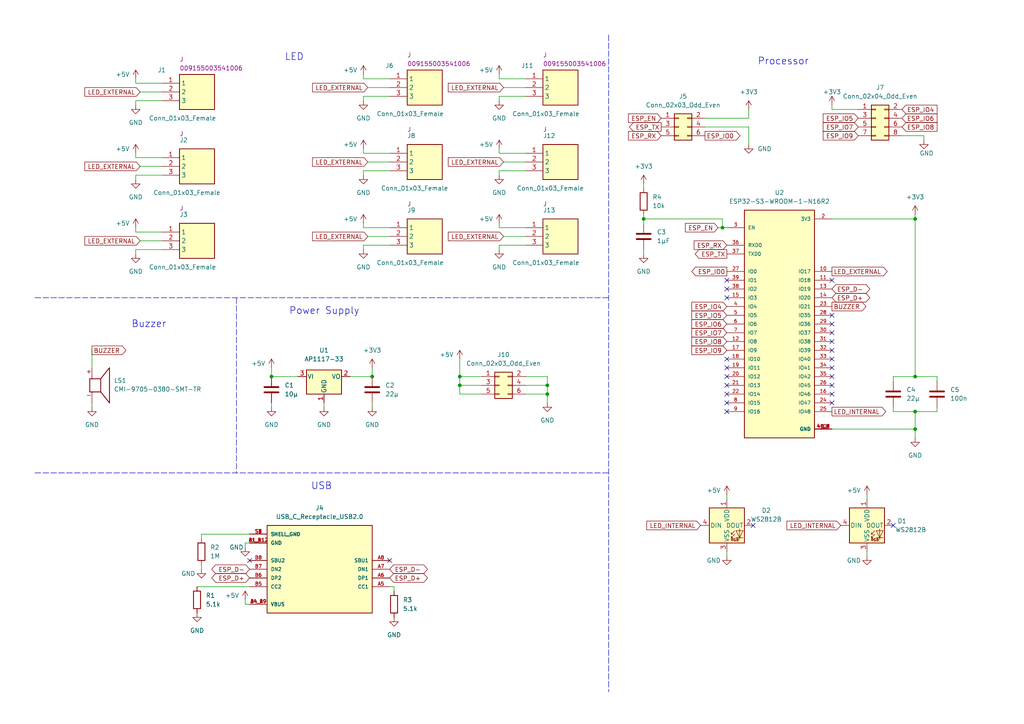
<source format=kicad_sch>
(kicad_sch (version 20211123) (generator eeschema)
  (paper "A4")
  (title_block (title "FabLight") (date "2023-03-22") (rev "1") (company "RLKM UG"))
  (lib_symbols
    (symbol "AMS1117:AP1117-33" (pin_names (offset 0.254))
      (property "Reference" "U" (at -3.81 3.175 0))
      (property "Value" "AP1117-33" (at 0 3.175 0))
      (symbol "AP1117-33_0_1"
        (rectangle (start -5.08 -5.08) (end 5.08 1.905) (stroke (width 0.254)) (fill (type background)))
      )
      (symbol "AP1117-33_1_1"
        (pin power_in line (at 0 -7.62 90) (length 2.54) (name "GND") (number "1"))
        (pin passive line (at 7.62 0 180) (length 2.54) (name "VO") (number "2"))
        (pin power_in line (at -7.62 0 0) (length 2.54) (name "VI") (number "3"))
      )
    )
    (symbol "CUI:CMI-9705-0380-SMT-TR" (pin_numbers hide) (pin_names (offset 1.016) hide)
      (property "Reference" "LS" (at -1.27 6.35 0))
      (property "Value" "CMI-9705-0380-SMT-TR" (at -1.27 -8.255 0))
      (symbol "CMI-9705-0380-SMT-TR_0_0"
        (polyline (pts (xy -3.175 -1.905) (xy -2.54 -1.905)) (stroke (width 0.254)))
        (polyline (pts (xy -3.175 1.905) (xy -3.175 -1.905)) (stroke (width 0.254)))
        (polyline (pts (xy -3.175 1.905) (xy -2.54 1.905)) (stroke (width 0.254)))
        (polyline (pts (xy -2.54 -2.54) (xy -2.54 -1.905)) (stroke (width 0.1524)))
        (polyline (pts (xy -2.54 -1.905) (xy 0 -1.905)) (stroke (width 0.254)))
        (polyline (pts (xy -2.54 1.905) (xy 0 1.905)) (stroke (width 0.254)))
        (polyline (pts (xy -2.54 2.54) (xy -2.54 1.905)) (stroke (width 0.1524)))
        (polyline (pts (xy 0 -1.905) (xy 0 1.905)) (stroke (width 0.254)))
        (polyline (pts (xy 0 -1.905) (xy 2.54 -5.08)) (stroke (width 0.254)))
        (polyline (pts (xy 0 1.905) (xy 2.54 5.08)) (stroke (width 0.254)))
        (polyline (pts (xy 2.54 -5.08) (xy 2.54 5.08)) (stroke (width 0.254)))
        (text "+" (at -4.318 3.302 0) (effects (font (size 1.27 1.27)) (justify left bottom)))
        (text "-" (at -4.318 -3.556 0) (effects (font (size 1.27 1.27)) (justify left bottom)))
        (pin passive line (at -2.54 -5.08 90) (length 2.54) (name "~") (number "N"))
        (pin passive line (at -2.54 5.08 270) (length 2.54) (name "~") (number "P"))
      )
    )
    (symbol "Connector_Generic:Conn_02x03_Odd_Even" (pin_names (offset 1.016) hide)
      (property "Reference" "J" (at 1.27 5.08 0))
      (property "Value" "Conn_02x03_Odd_Even" (at 1.27 -5.08 0))
      (symbol "Conn_02x03_Odd_Even_1_1"
        (rectangle (start -1.27 -2.413) (end 0 -2.667) (stroke (width 0.1524)))
        (rectangle (start -1.27 0.127) (end 0 -0.127) (stroke (width 0.1524)))
        (rectangle (start -1.27 2.667) (end 0 2.413) (stroke (width 0.1524)))
        (rectangle (start -1.27 3.81) (end 3.81 -3.81) (stroke (width 0.254)) (fill (type background)))
        (rectangle (start 3.81 -2.413) (end 2.54 -2.667) (stroke (width 0.1524)))
        (rectangle (start 3.81 0.127) (end 2.54 -0.127) (stroke (width 0.1524)))
        (rectangle (start 3.81 2.667) (end 2.54 2.413) (stroke (width 0.1524)))
        (pin passive line (at -5.08 2.54 0) (length 3.81) (name "Pin_1") (number "1"))
        (pin passive line (at 7.62 2.54 180) (length 3.81) (name "Pin_2") (number "2"))
        (pin passive line (at -5.08 0 0) (length 3.81) (name "Pin_3") (number "3"))
        (pin passive line (at 7.62 0 180) (length 3.81) (name "Pin_4") (number "4"))
        (pin passive line (at -5.08 -2.54 0) (length 3.81) (name "Pin_5") (number "5"))
        (pin passive line (at 7.62 -2.54 180) (length 3.81) (name "Pin_6") (number "6"))
      )
    )
    (symbol "Connector_Generic:Conn_02x04_Odd_Even" (pin_names (offset 1.016) hide)
      (property "Reference" "J" (at 1.27 5.08 0))
      (property "Value" "Conn_02x04_Odd_Even" (at 1.27 -7.62 0))
      (symbol "Conn_02x04_Odd_Even_1_1"
        (rectangle (start -1.27 -4.953) (end 0 -5.207) (stroke (width 0.1524)))
        (rectangle (start -1.27 -2.413) (end 0 -2.667) (stroke (width 0.1524)))
        (rectangle (start -1.27 0.127) (end 0 -0.127) (stroke (width 0.1524)))
        (rectangle (start -1.27 2.667) (end 0 2.413) (stroke (width 0.1524)))
        (rectangle (start -1.27 3.81) (end 3.81 -6.35) (stroke (width 0.254)) (fill (type background)))
        (rectangle (start 3.81 -4.953) (end 2.54 -5.207) (stroke (width 0.1524)))
        (rectangle (start 3.81 -2.413) (end 2.54 -2.667) (stroke (width 0.1524)))
        (rectangle (start 3.81 0.127) (end 2.54 -0.127) (stroke (width 0.1524)))
        (rectangle (start 3.81 2.667) (end 2.54 2.413) (stroke (width 0.1524)))
        (pin passive line (at -5.08 2.54 0) (length 3.81) (name "Pin_1") (number "1"))
        (pin passive line (at 7.62 2.54 180) (length 3.81) (name "Pin_2") (number "2"))
        (pin passive line (at -5.08 0 0) (length 3.81) (name "Pin_3") (number "3"))
        (pin passive line (at 7.62 0 180) (length 3.81) (name "Pin_4") (number "4"))
        (pin passive line (at -5.08 -2.54 0) (length 3.81) (name "Pin_5") (number "5"))
        (pin passive line (at 7.62 -2.54 180) (length 3.81) (name "Pin_6") (number "6"))
        (pin passive line (at -5.08 -5.08 0) (length 3.81) (name "Pin_7") (number "7"))
        (pin passive line (at 7.62 -5.08 180) (length 3.81) (name "Pin_8") (number "8"))
      )
    )
    (symbol "Device:C" (pin_numbers hide) (pin_names (offset 0.254))
      (property "Reference" "C" (at 0.635 2.54 0))
      (property "Value" "C" (at 0.635 -2.54 0))
      (symbol "C_0_1"
        (polyline (pts (xy -2.032 -0.762) (xy 2.032 -0.762)) (stroke (width 0.508)))
        (polyline (pts (xy -2.032 0.762) (xy 2.032 0.762)) (stroke (width 0.508)))
      )
      (symbol "C_1_1"
        (pin passive line (at 0 3.81 270) (length 2.794) (name "~") (number "1"))
        (pin passive line (at 0 -3.81 90) (length 2.794) (name "~") (number "2"))
      )
    )
    (symbol "Device:R" (pin_numbers hide) (pin_names (offset 0))
      (property "Reference" "R" (at 2.032 0 90))
      (property "Value" "R" (at 0 0 90))
      (symbol "R_0_1"
        (rectangle (start -1.016 -2.54) (end 1.016 2.54) (stroke (width 0.254)))
      )
      (symbol "R_1_1"
        (pin passive line (at 0 3.81 270) (length 1.27) (name "~") (number "1"))
        (pin passive line (at 0 -3.81 90) (length 1.27) (name "~") (number "2"))
      )
    )
    (symbol "ESP32-S3:ESP32-S3-WROOM-1-N16R2" (pin_names (offset 1.016))
      (property "Reference" "U" (at -10.16 34.1122 0))
      (property "Value" "ESP32-S3-WROOM-1-N16R2" (at -10.16 -35.56 0))
      (symbol "ESP32-S3-WROOM-1-N16R2_0_0"
        (rectangle (start -10.16 -33.02) (end 10.16 33.02) (stroke (width 0.254)) (fill (type background)))
        (pin power_in line (at 15.24 -30.48 180) (length 5.08) (name "GND") (number "1"))
        (pin bidirectional line (at 15.24 15.24 180) (length 5.08) (name "IO17") (number "10"))
        (pin bidirectional line (at 15.24 12.7 180) (length 5.08) (name "IO18") (number "11"))
        (pin bidirectional line (at -15.24 -5.08 0) (length 5.08) (name "IO8") (number "12"))
        (pin bidirectional line (at 15.24 10.16 180) (length 5.08) (name "IO19") (number "13"))
        (pin bidirectional line (at 15.24 7.62 180) (length 5.08) (name "IO20") (number "14"))
        (pin bidirectional line (at -15.24 7.62 0) (length 5.08) (name "IO3") (number "15"))
        (pin bidirectional line (at 15.24 -20.32 180) (length 5.08) (name "IO46") (number "16"))
        (pin bidirectional line (at -15.24 -7.62 0) (length 5.08) (name "IO9") (number "17"))
        (pin bidirectional line (at -15.24 -10.16 0) (length 5.08) (name "IO10") (number "18"))
        (pin bidirectional line (at -15.24 -12.7 0) (length 5.08) (name "IO11") (number "19"))
        (pin power_in line (at 15.24 30.48 180) (length 5.08) (name "3V3") (number "2"))
        (pin bidirectional line (at -15.24 -15.24 0) (length 5.08) (name "IO12") (number "20"))
        (pin bidirectional line (at -15.24 -17.78 0) (length 5.08) (name "IO13") (number "21"))
        (pin bidirectional line (at -15.24 -20.32 0) (length 5.08) (name "IO14") (number "22"))
        (pin bidirectional line (at 15.24 5.08 180) (length 5.08) (name "IO21") (number "23"))
        (pin bidirectional line (at 15.24 -22.86 180) (length 5.08) (name "IO47") (number "24"))
        (pin bidirectional line (at 15.24 -25.4 180) (length 5.08) (name "IO48") (number "25"))
        (pin bidirectional line (at 15.24 -17.78 180) (length 5.08) (name "IO45") (number "26"))
        (pin bidirectional line (at -15.24 15.24 0) (length 5.08) (name "IO0") (number "27"))
        (pin bidirectional line (at 15.24 2.54 180) (length 5.08) (name "IO35") (number "28"))
        (pin bidirectional line (at 15.24 0 180) (length 5.08) (name "IO36") (number "29"))
        (pin input line (at -15.24 27.94 0) (length 5.08) (name "EN") (number "3"))
        (pin bidirectional line (at 15.24 -2.54 180) (length 5.08) (name "IO37") (number "30"))
        (pin bidirectional line (at 15.24 -5.08 180) (length 5.08) (name "IO38") (number "31"))
        (pin bidirectional line (at 15.24 -7.62 180) (length 5.08) (name "IO39") (number "32"))
        (pin bidirectional line (at 15.24 -10.16 180) (length 5.08) (name "IO40") (number "33"))
        (pin bidirectional line (at 15.24 -12.7 180) (length 5.08) (name "IO41") (number "34"))
        (pin bidirectional line (at 15.24 -15.24 180) (length 5.08) (name "IO42") (number "35"))
        (pin bidirectional line (at -15.24 22.86 0) (length 5.08) (name "RXD0") (number "36"))
        (pin bidirectional line (at -15.24 20.32 0) (length 5.08) (name "TXD0") (number "37"))
        (pin bidirectional line (at -15.24 10.16 0) (length 5.08) (name "IO2") (number "38"))
        (pin bidirectional line (at -15.24 12.7 0) (length 5.08) (name "IO1") (number "39"))
        (pin bidirectional line (at -15.24 5.08 0) (length 5.08) (name "IO4") (number "4"))
        (pin power_in line (at 15.24 -30.48 180) (length 5.08) (name "GND") (number "40"))
        (pin power_in line (at 15.24 -30.48 180) (length 5.08) (name "GND") (number "41_1"))
        (pin power_in line (at 15.24 -30.48 180) (length 5.08) (name "GND") (number "41_2"))
        (pin power_in line (at 15.24 -30.48 180) (length 5.08) (name "GND") (number "41_3"))
        (pin power_in line (at 15.24 -30.48 180) (length 5.08) (name "GND") (number "41_4"))
        (pin power_in line (at 15.24 -30.48 180) (length 5.08) (name "GND") (number "41_5"))
        (pin power_in line (at 15.24 -30.48 180) (length 5.08) (name "GND") (number "41_6"))
        (pin power_in line (at 15.24 -30.48 180) (length 5.08) (name "GND") (number "41_7"))
        (pin power_in line (at 15.24 -30.48 180) (length 5.08) (name "GND") (number "41_8"))
        (pin power_in line (at 15.24 -30.48 180) (length 5.08) (name "GND") (number "41_9"))
        (pin bidirectional line (at -15.24 2.54 0) (length 5.08) (name "IO5") (number "5"))
        (pin bidirectional line (at -15.24 0 0) (length 5.08) (name "IO6") (number "6"))
        (pin bidirectional line (at -15.24 -2.54 0) (length 5.08) (name "IO7") (number "7"))
        (pin bidirectional line (at -15.24 -22.86 0) (length 5.08) (name "IO15") (number "8"))
        (pin bidirectional line (at -15.24 -25.4 0) (length 5.08) (name "IO16") (number "9"))
      )
    )
    (symbol "KYOCERA:009155003541006"
      (property "Value" "009155003541006" (at 19.05 3.81 0))
      (property "Reference_1" "J" (at 10.16 7.62 0))
      (symbol "009155003541006_1_1"
        (rectangle (start 10.16 -7.62) (end 20.32 2.54) (stroke (width 0.254)) (fill (type background)))
        (pin passive line (at 5.08 0 0) (length 5.08) (name "1") (number "1"))
        (pin passive line (at 5.08 -2.54 0) (length 5.08) (name "2") (number "2"))
        (pin passive line (at 5.08 -5.08 0) (length 5.08) (name "3") (number "3"))
      )
    )
    (symbol "LED:WS2812B" (pin_names (offset 0.254))
      (property "Reference" "D" (at 5.08 5.715 0))
      (property "Value" "WS2812B" (at 1.27 -5.715 0))
      (symbol "WS2812B_0_0"
        (text "RGB" (at 2.286 -4.191 0) (effects (font (size 0.762 0.762))))
      )
      (symbol "WS2812B_0_1"
        (polyline (pts (xy 1.27 -3.556) (xy 1.778 -3.556)))
        (polyline (pts (xy 1.27 -2.54) (xy 1.778 -2.54)))
        (polyline (pts (xy 4.699 -3.556) (xy 2.667 -3.556)))
        (polyline (pts (xy 2.286 -2.54) (xy 1.27 -3.556) (xy 1.27 -3.048)))
        (polyline (pts (xy 2.286 -1.524) (xy 1.27 -2.54) (xy 1.27 -2.032)))
        (polyline (pts (xy 3.683 -1.016) (xy 3.683 -3.556) (xy 3.683 -4.064)))
        (polyline (pts (xy 4.699 -1.524) (xy 2.667 -1.524) (xy 3.683 -3.556) (xy 4.699 -1.524)))
        (rectangle (start 5.08 5.08) (end -5.08 -5.08) (stroke (width 0.254)) (fill (type background)))
      )
      (symbol "WS2812B_1_1"
        (pin power_in line (at 0 7.62 270) (length 2.54) (name "VDD") (number "1"))
        (pin output line (at 7.62 0 180) (length 2.54) (name "DOUT") (number "2"))
        (pin power_in line (at 0 -7.62 90) (length 2.54) (name "VSS") (number "3"))
        (pin input line (at -7.62 0 0) (length 2.54) (name "DIN") (number "4"))
      )
    )
    (symbol "USB4105:USB4105-GF-A" (pin_names (offset 1.016))
      (property "Reference" "J" (at -15.24 13.97 0))
      (property "Value" "USB4105-GF-A" (at -15.24 -15.24 0))
      (symbol "USB4105-GF-A_0_0"
        (rectangle (start -15.24 -12.7) (end 15.24 12.7) (stroke (width 0.254)) (fill (type background)))
        (pin power_in line (at 20.32 -7.62 180) (length 5.08) (name "GND") (number "A1_B12"))
        (pin power_in line (at 20.32 10.16 180) (length 5.08) (name "VBUS") (number "A4_B9"))
        (pin bidirectional line (at -20.32 5.08 0) (length 5.08) (name "CC1") (number "A5"))
        (pin bidirectional line (at -20.32 2.54 0) (length 5.08) (name "DP1") (number "A6"))
        (pin bidirectional line (at -20.32 0 0) (length 5.08) (name "DN1") (number "A7"))
        (pin bidirectional line (at -20.32 -2.54 0) (length 5.08) (name "SBU1") (number "A8"))
        (pin power_in line (at 20.32 -7.62 180) (length 5.08) (name "GND") (number "B1_A12"))
        (pin power_in line (at 20.32 10.16 180) (length 5.08) (name "VBUS") (number "B4_A9"))
        (pin bidirectional line (at 20.32 5.08 180) (length 5.08) (name "CC2") (number "B5"))
        (pin bidirectional line (at 20.32 2.54 180) (length 5.08) (name "DP2") (number "B6"))
        (pin bidirectional line (at 20.32 0 180) (length 5.08) (name "DN2") (number "B7"))
        (pin bidirectional line (at 20.32 -2.54 180) (length 5.08) (name "SBU2") (number "B8"))
        (pin power_in line (at 20.32 -10.16 180) (length 5.08) (name "SHELL_GND") (number "S1"))
        (pin power_in line (at 20.32 -10.16 180) (length 5.08) (name "SHELL_GND") (number "S2"))
        (pin power_in line (at 20.32 -10.16 180) (length 5.08) (name "SHELL_GND") (number "S3"))
        (pin power_in line (at 20.32 -10.16 180) (length 5.08) (name "SHELL_GND") (number "S4"))
      )
    )
    (symbol "power:+3.3V" (power) (pin_names (offset 0))
      (property "Value" "+3.3V" (at 0 3.556 0))
      (symbol "+3.3V_0_1"
        (polyline (pts (xy -0.762 1.27) (xy 0 2.54)))
        (polyline (pts (xy 0 0) (xy 0 2.54)))
        (polyline (pts (xy 0 2.54) (xy 0.762 1.27)))
      )
      (symbol "+3.3V_1_1"
        (pin power_in line (at 0 0 90) (length 0) hide (name "+3V3") (number "1"))
      )
    )
    (symbol "power:+5V" (power) (pin_names (offset 0))
      (property "Value" "+5V" (at 0 3.556 0))
      (symbol "+5V_0_1"
        (polyline (pts (xy -0.762 1.27) (xy 0 2.54)))
        (polyline (pts (xy 0 0) (xy 0 2.54)))
        (polyline (pts (xy 0 2.54) (xy 0.762 1.27)))
      )
      (symbol "+5V_1_1"
        (pin power_in line (at 0 0 90) (length 0) hide (name "+5V") (number "1"))
      )
    )
    (symbol "power:GND" (power) (pin_names (offset 0))
      (property "Value" "GND" (at 0 -3.81 0))
      (symbol "GND_0_1"
        (polyline (pts (xy 0 0) (xy 0 -1.27) (xy 1.27 -1.27) (xy 0 -2.54) (xy -1.27 -1.27) (xy 0 -1.27)))
      )
      (symbol "GND_1_1"
        (pin power_in line (at 0 0 270) (length 0) hide (name "GND") (number "1"))
      )
    )
  )
  (junction (at 133.35 111.76))
  (junction (at 107.95 109.22))
  (junction (at 133.35 109.22))
  (junction (at 209.55 66.04))
  (junction (at 265.43 109.22))
  (junction (at 265.43 124.46))
  (junction (at 186.69 63.5))
  (junction (at 78.74 109.22))
  (junction (at 158.75 111.76))
  (junction (at 158.75 114.3))
  (junction (at 265.43 119.38))
  (junction (at 265.43 63.5))
  (no_connect (at 241.3 114.3))
  (no_connect (at 241.3 81.28))
  (no_connect (at 241.3 91.44))
  (no_connect (at 72.39 162.56))
  (no_connect (at 241.3 106.68))
  (no_connect (at 113.03 162.56))
  (no_connect (at 210.82 119.38))
  (no_connect (at 241.3 104.14))
  (no_connect (at 210.82 83.82))
  (no_connect (at 218.44 152.4))
  (no_connect (at 210.82 111.76))
  (no_connect (at 210.82 86.36))
  (no_connect (at 259.08 152.4))
  (no_connect (at 210.82 81.28))
  (no_connect (at 241.3 101.6))
  (no_connect (at 210.82 114.3))
  (no_connect (at 241.3 93.98))
  (no_connect (at 210.82 104.14))
  (no_connect (at 241.3 99.06))
  (no_connect (at 241.3 111.76))
  (no_connect (at 210.82 109.22))
  (no_connect (at 241.3 96.52))
  (no_connect (at 210.82 116.84))
  (no_connect (at 241.3 109.22))
  (no_connect (at 210.82 106.68))
  (no_connect (at 241.3 116.84))
  (wire (pts (xy 58.42 154.94) (xy 72.39 154.94)))
  (wire (pts (xy 146.05 25.4) (xy 152.4 25.4)))
  (wire (pts (xy 158.75 116.84) (xy 158.75 114.3)))
  (wire (pts (xy 106.68 46.99) (xy 113.03 46.99)))
  (wire (pts (xy 107.95 106.68) (xy 107.95 109.22)))
  (polyline (pts (xy 10.16 137.16) (xy 176.53 137.16)))
  (wire (pts (xy 57.15 170.18) (xy 72.39 170.18)))
  (wire (pts (xy 39.37 29.21) (xy 39.37 30.48)))
  (wire (pts (xy 133.35 111.76) (xy 139.7 111.76)))
  (wire (pts (xy 210.82 161.29) (xy 210.82 160.02)))
  (wire (pts (xy 158.75 114.3) (xy 158.75 111.76)))
  (polyline (pts (xy 10.16 86.36) (xy 176.53 86.36)))
  (wire (pts (xy 106.68 25.4) (xy 113.03 25.4)))
  (wire (pts (xy 241.3 124.46) (xy 265.43 124.46)))
  (wire (pts (xy 265.43 63.5) (xy 265.43 109.22)))
  (wire (pts (xy 144.78 27.94) (xy 144.78 29.21)))
  (wire (pts (xy 93.98 116.84) (xy 93.98 118.11)))
  (wire (pts (xy 133.35 104.14) (xy 133.35 109.22)))
  (wire (pts (xy 78.74 106.68) (xy 78.74 109.22)))
  (wire (pts (xy 186.69 72.39) (xy 186.69 73.66)))
  (wire (pts (xy 251.46 143.51) (xy 251.46 144.78)))
  (wire (pts (xy 259.08 118.11) (xy 259.08 119.38)))
  (wire (pts (xy 144.78 49.53) (xy 144.78 50.8)))
  (wire (pts (xy 39.37 24.13) (xy 39.37 22.86)))
  (wire (pts (xy 58.42 163.83) (xy 58.42 165.1)))
  (wire (pts (xy 78.74 109.22) (xy 86.36 109.22)))
  (wire (pts (xy 39.37 45.72) (xy 39.37 44.45)))
  (wire (pts (xy 217.17 34.29) (xy 204.47 34.29)))
  (wire (pts (xy 158.75 114.3) (xy 152.4 114.3)))
  (wire (pts (xy 158.75 111.76) (xy 158.75 109.22)))
  (wire (pts (xy 39.37 67.31) (xy 39.37 66.04)))
  (wire (pts (xy 158.75 111.76) (xy 152.4 111.76)))
  (wire (pts (xy 105.41 66.04) (xy 105.41 64.77)))
  (wire (pts (xy 105.41 27.94) (xy 113.03 27.94)))
  (wire (pts (xy 144.78 22.86) (xy 152.4 22.86)))
  (wire (pts (xy 209.55 63.5) (xy 186.69 63.5)))
  (wire (pts (xy 210.82 143.51) (xy 210.82 144.78)))
  (wire (pts (xy 186.69 53.34) (xy 186.69 54.61)))
  (wire (pts (xy 26.67 116.84) (xy 26.67 118.11)))
  (wire (pts (xy 259.08 109.22) (xy 259.08 110.49)))
  (wire (pts (xy 40.64 69.85) (xy 46.99 69.85)))
  (wire (pts (xy 265.43 62.23) (xy 265.43 63.5)))
  (wire (pts (xy 105.41 22.86) (xy 105.41 21.59)))
  (wire (pts (xy 78.74 116.84) (xy 78.74 118.11)))
  (wire (pts (xy 209.55 66.04) (xy 209.55 63.5)))
  (wire (pts (xy 71.12 173.99) (xy 71.12 175.26)))
  (wire (pts (xy 144.78 22.86) (xy 144.78 21.59)))
  (wire (pts (xy 105.41 22.86) (xy 113.03 22.86)))
  (wire (pts (xy 39.37 72.39) (xy 39.37 73.66)))
  (wire (pts (xy 158.75 109.22) (xy 152.4 109.22)))
  (wire (pts (xy 265.43 119.38) (xy 271.78 119.38)))
  (wire (pts (xy 144.78 27.94) (xy 152.4 27.94)))
  (wire (pts (xy 146.05 68.58) (xy 152.4 68.58)))
  (wire (pts (xy 105.41 71.12) (xy 105.41 72.39)))
  (wire (pts (xy 217.17 31.75) (xy 217.17 34.29)))
  (wire (pts (xy 271.78 110.49) (xy 271.78 109.22)))
  (wire (pts (xy 72.39 175.26) (xy 71.12 175.26)))
  (wire (pts (xy 217.17 36.83) (xy 204.47 36.83)))
  (wire (pts (xy 106.68 68.58) (xy 113.03 68.58)))
  (wire (pts (xy 241.3 31.75) (xy 241.3 30.48)))
  (polyline (pts (xy 176.53 10.16) (xy 176.53 200.66)))
  (wire (pts (xy 39.37 29.21) (xy 46.99 29.21)))
  (wire (pts (xy 261.62 39.37) (xy 267.97 39.37)))
  (wire (pts (xy 133.35 109.22) (xy 139.7 109.22)))
  (wire (pts (xy 107.95 116.84) (xy 107.95 118.11)))
  (wire (pts (xy 271.78 119.38) (xy 271.78 118.11)))
  (wire (pts (xy 152.4 44.45) (xy 144.78 44.45)))
  (wire (pts (xy 265.43 109.22) (xy 259.08 109.22)))
  (wire (pts (xy 113.03 170.18) (xy 114.3 170.18)))
  (wire (pts (xy 46.99 50.8) (xy 39.37 50.8)))
  (wire (pts (xy 259.08 119.38) (xy 265.43 119.38)))
  (wire (pts (xy 105.41 49.53) (xy 105.41 50.8)))
  (wire (pts (xy 144.78 71.12) (xy 144.78 72.39)))
  (wire (pts (xy 39.37 24.13) (xy 46.99 24.13)))
  (wire (pts (xy 46.99 72.39) (xy 39.37 72.39)))
  (wire (pts (xy 26.67 101.6) (xy 26.67 106.68)))
  (wire (pts (xy 101.6 109.22) (xy 107.95 109.22)))
  (wire (pts (xy 209.55 66.04) (xy 210.82 66.04)))
  (wire (pts (xy 71.12 157.48) (xy 71.12 158.75)))
  (wire (pts (xy 72.39 157.48) (xy 71.12 157.48)))
  (wire (pts (xy 40.64 48.26) (xy 46.99 48.26)))
  (wire (pts (xy 267.97 39.37) (xy 267.97 40.64)))
  (wire (pts (xy 217.17 41.91) (xy 217.17 36.83)))
  (wire (pts (xy 113.03 71.12) (xy 105.41 71.12)))
  (wire (pts (xy 114.3 170.18) (xy 114.3 171.45)))
  (wire (pts (xy 113.03 44.45) (xy 105.41 44.45)))
  (wire (pts (xy 251.46 161.29) (xy 251.46 160.02)))
  (wire (pts (xy 265.43 119.38) (xy 265.43 124.46)))
  (wire (pts (xy 133.35 114.3) (xy 133.35 111.76)))
  (wire (pts (xy 46.99 67.31) (xy 39.37 67.31)))
  (wire (pts (xy 105.41 44.45) (xy 105.41 43.18)))
  (wire (pts (xy 186.69 62.23) (xy 186.69 63.5)))
  (wire (pts (xy 40.64 26.67) (xy 46.99 26.67)))
  (wire (pts (xy 113.03 49.53) (xy 105.41 49.53)))
  (wire (pts (xy 208.28 66.04) (xy 209.55 66.04)))
  (wire (pts (xy 265.43 124.46) (xy 265.43 127)))
  (wire (pts (xy 144.78 44.45) (xy 144.78 43.18)))
  (wire (pts (xy 271.78 109.22) (xy 265.43 109.22)))
  (wire (pts (xy 152.4 49.53) (xy 144.78 49.53)))
  (wire (pts (xy 58.42 154.94) (xy 58.42 156.21)))
  (wire (pts (xy 113.03 66.04) (xy 105.41 66.04)))
  (wire (pts (xy 46.99 45.72) (xy 39.37 45.72)))
  (wire (pts (xy 105.41 27.94) (xy 105.41 29.21)))
  (wire (pts (xy 144.78 66.04) (xy 144.78 64.77)))
  (wire (pts (xy 146.05 46.99) (xy 152.4 46.99)))
  (wire (pts (xy 152.4 66.04) (xy 144.78 66.04)))
  (wire (pts (xy 241.3 63.5) (xy 265.43 63.5)))
  (wire (pts (xy 152.4 71.12) (xy 144.78 71.12)))
  (wire (pts (xy 39.37 50.8) (xy 39.37 52.07)))
  (wire (pts (xy 186.69 63.5) (xy 186.69 64.77)))
  (wire (pts (xy 139.7 114.3) (xy 133.35 114.3)))
  (polyline (pts (xy 68.58 86.36) (xy 68.58 137.16)))
  (wire (pts (xy 248.92 31.75) (xy 241.3 31.75)))
  (wire (pts (xy 133.35 111.76) (xy 133.35 109.22)))
  (text "LED" (at 82.55 17.78 0) (effects (font (size 2 2)) (justify left bottom)))
  (text "Buzzer" (at 38.1 95.25 0) (effects (font (size 2 2)) (justify left bottom)))
  (text "Power Supply" (at 83.82 91.44 0) (effects (font (size 2 2)) (justify left bottom)))
  (text "USB" (at 90.17 142.24 0) (effects (font (size 2 2)) (justify left bottom)))
  (text "Processor" (at 219.71 19.05 0) (effects (font (size 2 2)) (justify left bottom)))
  (global_label "LED_INTERNAL" (shape output) (at 241.3 119.38 0) (property "Intersheet References" "${INTERSHEET_REFS}" (effects hide)))
  (global_label "ESP_D-" (shape bidirectional) (at 241.3 83.82 0) (property "Intersheet References" "${INTERSHEET_REFS}" (effects hide)))
  (global_label "LED_EXTERNAL" (shape input) (at 106.68 46.99 180) (property "Intersheet References" "${INTERSHEET_REFS}" (effects hide)))
  (global_label "ESP_IO0" (shape output) (at 210.82 78.74 180) (property "Intersheet References" "${INTERSHEET_REFS}" (effects hide)))
  (global_label "ESP_IO5" (shape input) (at 248.92 34.29 180) (property "Intersheet References" "${INTERSHEET_REFS}" (effects hide)))
  (global_label "ESP_IO6" (shape input) (at 210.82 93.98 180) (property "Intersheet References" "${INTERSHEET_REFS}" (effects hide)))
  (global_label "LED_EXTERNAL" (shape input) (at 40.64 48.26 180) (property "Intersheet References" "${INTERSHEET_REFS}" (effects hide)))
  (global_label "LED_EXTERNAL" (shape input) (at 146.05 68.58 180) (property "Intersheet References" "${INTERSHEET_REFS}" (effects hide)))
  (global_label "ESP_IO6" (shape input) (at 261.62 34.29 0) (property "Intersheet References" "${INTERSHEET_REFS}" (effects hide)))
  (global_label "LED_INTERNAL" (shape input) (at 243.84 152.4 180) (property "Intersheet References" "${INTERSHEET_REFS}" (effects hide)))
  (global_label "BUZZER" (shape output) (at 26.67 101.6 0) (property "Intersheet References" "${INTERSHEET_REFS}" (effects hide)))
  (global_label "ESP_IO7" (shape input) (at 248.92 36.83 180) (property "Intersheet References" "${INTERSHEET_REFS}" (effects hide)))
  (global_label "LED_EXTERNAL" (shape input) (at 40.64 26.67 180) (property "Intersheet References" "${INTERSHEET_REFS}" (effects hide)))
  (global_label "ESP_D+" (shape bidirectional) (at 241.3 86.36 0) (property "Intersheet References" "${INTERSHEET_REFS}" (effects hide)))
  (global_label "ESP_IO4" (shape input) (at 210.82 88.9 180) (property "Intersheet References" "${INTERSHEET_REFS}" (effects hide)))
  (global_label "ESP_TX" (shape output) (at 210.82 73.66 180) (property "Intersheet References" "${INTERSHEET_REFS}" (effects hide)))
  (global_label "ESP_D-" (shape bidirectional) (at 72.39 165.1 180) (property "Intersheet References" "${INTERSHEET_REFS}" (effects hide)))
  (global_label "LED_EXTERNAL" (shape input) (at 146.05 46.99 180) (property "Intersheet References" "${INTERSHEET_REFS}" (effects hide)))
  (global_label "LED_INTERNAL" (shape input) (at 203.2 152.4 180) (property "Intersheet References" "${INTERSHEET_REFS}" (effects hide)))
  (global_label "ESP_RX" (shape input) (at 210.82 71.12 180) (property "Intersheet References" "${INTERSHEET_REFS}" (effects hide)))
  (global_label "LED_EXTERNAL" (shape input) (at 106.68 25.4 180) (property "Intersheet References" "${INTERSHEET_REFS}" (effects hide)))
  (global_label "LED_EXTERNAL" (shape input) (at 146.05 25.4 180) (property "Intersheet References" "${INTERSHEET_REFS}" (effects hide)))
  (global_label "ESP_IO5" (shape input) (at 210.82 91.44 180) (property "Intersheet References" "${INTERSHEET_REFS}" (effects hide)))
  (global_label "ESP_IO9" (shape input) (at 210.82 101.6 180) (property "Intersheet References" "${INTERSHEET_REFS}" (effects hide)))
  (global_label "LED_EXTERNAL" (shape output) (at 241.3 78.74 0) (property "Intersheet References" "${INTERSHEET_REFS}" (effects hide)))
  (global_label "ESP_IO4" (shape input) (at 261.62 31.75 0) (property "Intersheet References" "${INTERSHEET_REFS}" (effects hide)))
  (global_label "ESP_D-" (shape bidirectional) (at 113.03 165.1 0) (property "Intersheet References" "${INTERSHEET_REFS}" (effects hide)))
  (global_label "ESP_EN" (shape input) (at 208.28 66.04 180) (property "Intersheet References" "${INTERSHEET_REFS}" (effects hide)))
  (global_label "ESP_IO0" (shape output) (at 204.47 39.37 0) (property "Intersheet References" "${INTERSHEET_REFS}" (effects hide)))
  (global_label "LED_EXTERNAL" (shape input) (at 106.68 68.58 180) (property "Intersheet References" "${INTERSHEET_REFS}" (effects hide)))
  (global_label "ESP_D+" (shape bidirectional) (at 113.03 167.64 0) (property "Intersheet References" "${INTERSHEET_REFS}" (effects hide)))
  (global_label "ESP_RX" (shape input) (at 191.77 39.37 180) (property "Intersheet References" "${INTERSHEET_REFS}" (effects hide)))
  (global_label "ESP_D+" (shape bidirectional) (at 72.39 167.64 180) (property "Intersheet References" "${INTERSHEET_REFS}" (effects hide)))
  (global_label "ESP_TX" (shape output) (at 191.77 36.83 180) (property "Intersheet References" "${INTERSHEET_REFS}" (effects hide)))
  (global_label "BUZZER" (shape output) (at 241.3 88.9 0) (property "Intersheet References" "${INTERSHEET_REFS}" (effects hide)))
  (global_label "ESP_IO9" (shape input) (at 248.92 39.37 180) (property "Intersheet References" "${INTERSHEET_REFS}" (effects hide)))
  (global_label "ESP_IO7" (shape input) (at 210.82 96.52 180) (property "Intersheet References" "${INTERSHEET_REFS}" (effects hide)))
  (global_label "ESP_IO8" (shape input) (at 210.82 99.06 180) (property "Intersheet References" "${INTERSHEET_REFS}" (effects hide)))
  (global_label "LED_EXTERNAL" (shape input) (at 40.64 69.85 180) (property "Intersheet References" "${INTERSHEET_REFS}" (effects hide)))
  (global_label "ESP_EN" (shape input) (at 191.77 34.29 180) (property "Intersheet References" "${INTERSHEET_REFS}" (effects hide)))
  (global_label "ESP_IO8" (shape input) (at 261.62 36.83 0) (property "Intersheet References" "${INTERSHEET_REFS}" (effects hide)))
  (symbol (lib_id "power:+5V") (at 144.78 64.77 0) (unit 1)
    (property "Reference" "#PWR0133" (effects hide))
    (property "Value" "+5V" (at 140.97 63.5 0))
  )
  (symbol (lib_id "KYOCERA:009155003541006") (at 147.32 66.04 0) (unit 1)
    (property "Reference" "J13" (at 157.48 60.96 0) (effects (justify left)))
    (property "Value" "Conn_01x03_Female" (at 148.59 76.2 0) (effects (justify left)))
    (property "Footprint" "KYOCERA:009155003541006" (effects hide))
    (property "Reference_1" "J" (at 157.48 58.42 0) (effects (justify left top)))
    (property "Footprint_1" "009155003541006" (effects hide))
    (property "Height" "4" (effects hide))
    (property "Mouser Part Number" "581-009155003541006" (effects hide))
    (property "Mouser Price/Stock" "https://www.mouser.co.uk/ProductDetail/AVX/009155003541006?qs=aTQdX%252BfNGTp5QwJ6nid1rw%3D%3D" (effects hide))
    (property "Manufacturer_Name" "AVX" (effects hide))
    (property "Manufacturer_Part_Number" "009155003541006" (effects hide))
  )
  (symbol (lib_id "power:GND") (at 105.41 50.8 0) (unit 1)
    (property "Reference" "#PWR0139" (effects hide))
    (property "Value" "GND" (at 105.41 55.88 0))
  )
  (symbol (lib_id "power:GND") (at 71.12 158.75 0) (unit 1)
    (property "Reference" "#PWR0110" (effects hide))
    (property "Value" "GND" (at 68.58 158.75 0))
  )
  (symbol (lib_id "power:GND") (at 26.67 118.11 0) (unit 1)
    (property "Reference" "#PWR0128" (effects hide))
    (property "Value" "GND" (at 26.67 123.19 0))
  )
  (symbol (lib_id "power:GND") (at 39.37 52.07 0) (unit 1)
    (property "Reference" "#PWR02" (effects hide))
    (property "Value" "GND" (at 39.37 57.15 0))
  )
  (symbol (lib_id "power:+5V") (at 105.41 64.77 0) (unit 1)
    (property "Reference" "#PWR0138" (effects hide))
    (property "Value" "+5V" (at 101.6 63.5 0))
  )
  (symbol (lib_id "Device:R") (at 186.69 58.42 0) (unit 1)
    (property "Reference" "R4" (at 189.23 57.1499 0) (effects (justify left)))
    (property "Value" "10k" (at 189.23 59.6899 0) (effects (justify left)))
    (property "Footprint" "Resistor_SMD:R_0805_2012Metric_Pad1.20x1.40mm_HandSolder" (effects hide))
  )
  (symbol (lib_id "KYOCERA:009155003541006") (at 107.95 66.04 0) (unit 1)
    (property "Reference" "J9" (at 118.11 60.96 0) (effects (justify left)))
    (property "Value" "Conn_01x03_Female" (at 109.22 76.2 0) (effects (justify left)))
    (property "Footprint" "KYOCERA:009155003541006" (effects hide))
    (property "Reference_1" "J" (at 118.11 58.42 0) (effects (justify left top)))
    (property "Footprint_1" "009155003541006" (effects hide))
    (property "Height" "4" (effects hide))
    (property "Mouser Part Number" "581-009155003541006" (effects hide))
    (property "Mouser Price/Stock" "https://www.mouser.co.uk/ProductDetail/AVX/009155003541006?qs=aTQdX%252BfNGTp5QwJ6nid1rw%3D%3D" (effects hide))
    (property "Manufacturer_Name" "AVX" (effects hide))
    (property "Manufacturer_Part_Number" "009155003541006" (effects hide))
  )
  (symbol (lib_id "Device:C") (at 271.78 114.3 0) (unit 1)
    (property "Reference" "C5" (at 275.59 113.0299 0) (effects (justify left)))
    (property "Value" "100n" (at 275.59 115.5699 0) (effects (justify left)))
    (property "Footprint" "Capacitor_SMD:C_0805_2012Metric_Pad1.18x1.45mm_HandSolder" (effects hide))
  )
  (symbol (lib_id "power:+3.3V") (at 217.17 31.75 0) (unit 1)
    (property "Reference" "#PWR0102" (effects hide))
    (property "Value" "+3.3V" (at 217.17 26.67 0))
  )
  (symbol (lib_id "power:+5V") (at 210.82 143.51 0) (unit 1)
    (property "Reference" "#PWR0130" (effects hide))
    (property "Value" "+5V" (at 207.01 142.24 0))
  )
  (symbol (lib_id "CUI:CMI-9705-0380-SMT-TR") (at 29.21 111.76 0) (unit 1)
    (property "Reference" "LS1" (at 33.02 110.3605 0) (effects (justify left)))
    (property "Value" "CMI-9705-0380-SMT-TR" (at 33.02 112.9005 0) (effects (justify left)))
    (property "Footprint" "CMI-9705-0380-SMT-TR:CUI_CMI-9705-0380-SMT-TR" (effects hide))
    (property "MAXIMUM_PACKAGE_HEIGHT" "5.2mm" (effects hide))
    (property "MANUFACTURER" "CUI Inc." (effects hide))
    (property "PARTREV" "1.0" (effects hide))
    (property "STANDARD" "Manufacturer Recommendations" (effects hide))
  )
  (symbol (lib_id "power:+5V") (at 71.12 173.99 0) (unit 1)
    (property "Reference" "#PWR0112" (effects hide))
    (property "Value" "+5V" (at 67.31 172.72 0))
  )
  (symbol (lib_id "power:GND") (at 39.37 73.66 0) (unit 1)
    (property "Reference" "#PWR0120" (effects hide))
    (property "Value" "GND" (at 39.37 78.74 0))
  )
  (symbol (lib_id "power:+3.3V") (at 265.43 62.23 0) (unit 1)
    (property "Reference" "#PWR0104" (effects hide))
    (property "Value" "+3.3V" (at 265.43 57.15 0))
  )
  (symbol (lib_id "Device:C") (at 186.69 68.58 0) (unit 1)
    (property "Reference" "C3" (at 190.5 67.3099 0) (effects (justify left)))
    (property "Value" "1µF" (at 190.5 69.8499 0) (effects (justify left)))
    (property "Footprint" "Capacitor_SMD:C_0805_2012Metric_Pad1.18x1.45mm_HandSolder" (effects hide))
  )
  (symbol (lib_id "Device:C") (at 259.08 114.3 0) (unit 1)
    (property "Reference" "C4" (at 262.89 113.0299 0) (effects (justify left)))
    (property "Value" "22µ" (at 262.89 115.5699 0) (effects (justify left)))
    (property "Footprint" "Capacitor_SMD:C_0805_2012Metric_Pad1.18x1.45mm_HandSolder" (effects hide))
  )
  (symbol (lib_id "Device:R") (at 57.15 173.99 0) (unit 1)
    (property "Reference" "R1" (at 59.69 172.7199 0) (effects (justify left)))
    (property "Value" "5.1k" (at 59.69 175.2599 0) (effects (justify left)))
    (property "Footprint" "Resistor_SMD:R_0805_2012Metric_Pad1.20x1.40mm_HandSolder" (effects hide))
  )
  (symbol (lib_id "power:+5V") (at 39.37 22.86 0) (unit 1)
    (property "Reference" "#PWR0123" (effects hide))
    (property "Value" "+5V" (at 35.56 21.59 0))
  )
  (symbol (lib_id "KYOCERA:009155003541006") (at 41.91 67.31 0) (unit 1)
    (property "Reference" "J3" (at 52.07 62.23 0) (effects (justify left)))
    (property "Value" "Conn_01x03_Female" (at 43.18 77.47 0) (effects (justify left)))
    (property "Footprint" "KYOCERA:009155003541006" (effects hide))
    (property "Reference_1" "J" (at 52.07 59.69 0) (effects (justify left top)))
    (property "Footprint_1" "009155003541006" (effects hide))
    (property "Height" "4" (effects hide))
    (property "Mouser Part Number" "581-009155003541006" (effects hide))
    (property "Mouser Price/Stock" "https://www.mouser.co.uk/ProductDetail/AVX/009155003541006?qs=aTQdX%252BfNGTp5QwJ6nid1rw%3D%3D" (effects hide))
    (property "Manufacturer_Name" "AVX" (effects hide))
    (property "Manufacturer_Part_Number" "009155003541006" (effects hide))
  )
  (symbol (lib_id "power:+5V") (at 133.35 104.14 0) (unit 1)
    (property "Reference" "#PWR0140" (effects hide))
    (property "Value" "+5V" (at 129.54 102.87 0))
  )
  (symbol (lib_id "power:GND") (at 186.69 73.66 0) (unit 1)
    (property "Reference" "#PWR0118" (effects hide))
    (property "Value" "GND" (at 186.69 78.74 0))
  )
  (symbol (lib_id "power:GND") (at 58.42 165.1 0) (unit 1)
    (property "Reference" "#PWR0114" (effects hide))
    (property "Value" "GND" (at 54.61 166.37 0))
  )
  (symbol (lib_id "power:+5V") (at 251.46 143.51 0) (unit 1)
    (property "Reference" "#PWR0108" (effects hide))
    (property "Value" "+5V" (at 247.65 142.24 0))
  )
  (symbol (lib_id "power:+5V") (at 105.41 43.18 0) (unit 1)
    (property "Reference" "#PWR0135" (effects hide))
    (property "Value" "+5V" (at 101.6 41.91 0))
  )
  (symbol (lib_id "ESP32-S3:ESP32-S3-WROOM-1-N16R2") (at 226.06 93.98 0) (unit 1)
    (property "Reference" "U2" (at 226.06 55.88 0))
    (property "Value" "ESP32-S3-WROOM-1-N16R2" (at 226.06 58.42 0))
    (property "Footprint" "ESP32-S3:XCVR_ESP32-S3-WROOM-1-N16R2" (effects hide))
    (property "MAXIMUM_PACKAGE_HEIGHT" "3.25mm" (effects hide))
    (property "PARTREV" "v1.0" (effects hide))
    (property "MANUFACTURER" "Espressif" (effects hide))
    (property "STANDARD" "Manufacturer Recommendations" (effects hide))
  )
  (symbol (lib_id "power:GND") (at 39.37 30.48 0) (unit 1)
    (property "Reference" "#PWR0124" (effects hide))
    (property "Value" "GND" (at 39.37 35.56 0))
  )
  (symbol (lib_id "power:GND") (at 144.78 72.39 0) (unit 1)
    (property "Reference" "#PWR0132" (effects hide))
    (property "Value" "GND" (at 144.78 77.47 0))
  )
  (symbol (lib_id "power:+3.3V") (at 107.95 106.68 0) (unit 1)
    (property "Reference" "#PWR0122" (effects hide))
    (property "Value" "+3.3V" (at 107.95 101.6 0))
  )
  (symbol (lib_id "power:GND") (at 144.78 29.21 0) (unit 1)
    (property "Reference" "#PWR0131" (effects hide))
    (property "Value" "GND" (at 144.78 34.29 0))
  )
  (symbol (lib_id "Device:C") (at 107.95 113.03 0) (unit 1)
    (property "Reference" "C2" (at 111.76 111.7599 0) (effects (justify left)))
    (property "Value" "22µ" (at 111.76 114.2999 0) (effects (justify left)))
    (property "Footprint" "Capacitor_SMD:C_0805_2012Metric_Pad1.18x1.45mm_HandSolder" (effects hide))
  )
  (symbol (lib_id "power:+5V") (at 144.78 21.59 0) (unit 1)
    (property "Reference" "#PWR0125" (effects hide))
    (property "Value" "+5V" (at 140.97 20.32 0))
  )
  (symbol (lib_id "KYOCERA:009155003541006") (at 147.32 22.86 0) (unit 1)
    (property "Reference" "J11" (at 151.13 19.05 0) (effects (justify left)))
    (property "Value" "Conn_01x03_Female" (at 148.59 33.02 0) (effects (justify left)))
    (property "Footprint" "KYOCERA:009155003541006" (effects hide))
    (property "Reference_1" "J" (at 157.48 15.24 0) (effects (justify left top)))
    (property "Value_1" "009155003541006" (at 157.48 17.78 0) (effects (justify left top)))
    (property "Footprint_1" "009155003541006" (effects hide))
    (property "Height" "4" (effects hide))
    (property "Mouser Part Number" "581-009155003541006" (effects hide))
    (property "Mouser Price/Stock" "https://www.mouser.co.uk/ProductDetail/AVX/009155003541006?qs=aTQdX%252BfNGTp5QwJ6nid1rw%3D%3D" (effects hide))
    (property "Manufacturer_Name" "AVX" (effects hide))
    (property "Manufacturer_Part_Number" "009155003541006" (effects hide))
  )
  (symbol (lib_id "LED:WS2812B") (at 251.46 152.4 0) (unit 1)
    (property "Reference" "D1" (at 261.62 151.13 0))
    (property "Value" "WS2812B" (at 264.16 153.67 0))
    (property "Footprint" "LED_SMD:LED_WS2812B_PLCC4_5.0x5.0mm_P3.2mm" (effects hide))
    (property "Datasheet" "https://cdn-shop.adafruit.com/datasheets/WS2812B.pdf" (effects hide))
  )
  (symbol (lib_id "power:GND") (at 57.15 177.8 0) (unit 1)
    (property "Reference" "#PWR0113" (effects hide))
    (property "Value" "GND" (at 57.15 182.88 0))
  )
  (symbol (lib_id "KYOCERA:009155003541006") (at 107.95 22.86 0) (unit 1)
    (property "Reference" "J6" (at 111.76 19.05 0) (effects (justify left)))
    (property "Value" "Conn_01x03_Female" (at 109.22 33.02 0) (effects (justify left)))
    (property "Footprint" "KYOCERA:009155003541006" (effects hide))
    (property "Reference_1" "J" (at 118.11 15.24 0) (effects (justify left top)))
    (property "Value_1" "009155003541006" (at 118.11 17.78 0) (effects (justify left top)))
    (property "Footprint_1" "009155003541006" (effects hide))
    (property "Height" "4" (effects hide))
    (property "Mouser Part Number" "581-009155003541006" (effects hide))
    (property "Mouser Price/Stock" "https://www.mouser.co.uk/ProductDetail/AVX/009155003541006?qs=aTQdX%252BfNGTp5QwJ6nid1rw%3D%3D" (effects hide))
    (property "Manufacturer_Name" "AVX" (effects hide))
    (property "Manufacturer_Part_Number" "009155003541006" (effects hide))
  )
  (symbol (lib_id "power:GND") (at 93.98 118.11 0) (unit 1)
    (property "Reference" "#PWR0115" (effects hide))
    (property "Value" "GND" (at 93.98 123.19 0))
  )
  (symbol (lib_id "power:+5V") (at 78.74 106.68 0) (unit 1)
    (property "Reference" "#PWR0119" (effects hide))
    (property "Value" "+5V" (at 74.93 105.41 0))
  )
  (symbol (lib_id "Device:R") (at 114.3 175.26 0) (unit 1)
    (property "Reference" "R3" (at 116.84 173.9899 0) (effects (justify left)))
    (property "Value" "5.1k" (at 116.84 176.5299 0) (effects (justify left)))
    (property "Footprint" "Resistor_SMD:R_0805_2012Metric_Pad1.20x1.40mm_HandSolder" (effects hide))
  )
  (symbol (lib_id "Connector_Generic:Conn_02x03_Odd_Even") (at 196.85 36.83 0) (unit 1)
    (property "Reference" "J5" (at 198.12 27.94 0))
    (property "Value" "Conn_02x03_Odd_Even" (at 198.12 30.48 0))
    (property "Footprint" "Connector:Tag-Connect_TC2030-IDC-NL_2x03_P1.27mm_Vertical" (effects hide))
  )
  (symbol (lib_id "power:+5V") (at 39.37 44.45 0) (unit 1)
    (property "Reference" "#PWR01" (effects hide))
    (property "Value" "+5V" (at 35.56 43.18 0))
  )
  (symbol (lib_id "power:GND") (at 251.46 161.29 0) (unit 1)
    (property "Reference" "#PWR0109" (effects hide))
    (property "Value" "GND" (at 247.65 162.56 0))
  )
  (symbol (lib_id "power:+5V") (at 144.78 43.18 0) (unit 1)
    (property "Reference" "#PWR0106" (effects hide))
    (property "Value" "+5V" (at 140.97 41.91 0))
  )
  (symbol (lib_id "power:GND") (at 210.82 161.29 0) (unit 1)
    (property "Reference" "#PWR0129" (effects hide))
    (property "Value" "GND" (at 207.01 162.56 0))
  )
  (symbol (lib_id "power:+3.3V") (at 241.3 30.48 0) (unit 1)
    (property "Reference" "#PWR0126" (effects hide))
    (property "Value" "+3.3V" (at 241.3 26.67 0))
  )
  (symbol (lib_id "Connector_Generic:Conn_02x03_Odd_Even") (at 144.78 111.76 0) (unit 1)
    (property "Reference" "J10" (at 146.05 102.87 0))
    (property "Value" "Conn_02x03_Odd_Even" (at 146.05 105.41 0))
    (property "Footprint" "Connector_PinHeader_2.54mm:PinHeader_2x03_P2.54mm_Vertical_SMD" (effects hide))
  )
  (symbol (lib_id "power:GND") (at 107.95 118.11 0) (unit 1)
    (property "Reference" "#PWR0121" (effects hide))
    (property "Value" "GND" (at 107.95 123.19 0))
  )
  (symbol (lib_id "LED:WS2812B") (at 210.82 152.4 0) (unit 1)
    (property "Reference" "D2" (at 222.25 148.0693 0))
    (property "Value" "WS2812B" (at 222.25 150.6093 0))
    (property "Footprint" "LED_SMD:LED_WS2812B_PLCC4_5.0x5.0mm_P3.2mm" (effects hide))
    (property "Datasheet" "https://cdn-shop.adafruit.com/datasheets/WS2812B.pdf" (effects hide))
  )
  (symbol (lib_id "USB4105:USB4105-GF-A") (at 92.71 165.1 180) (unit 1)
    (property "Reference" "J4" (at 92.71 147.32 0))
    (property "Value" "USB_C_Receptacle_USB2.0" (at 92.71 149.86 0))
    (property "Footprint" "USB:GCT_USB4105-GF-A" (effects hide))
    (property "Datasheet" "https://www.usb.org/sites/default/files/documents/usb_type-c.zip" (effects hide))
    (property "MAXIMUM_PACKAGE_HEIGHT" "3.31 mm" (effects hide))
    (property "PARTREV" "A3" (effects hide))
    (property "STANDARD" "Manufacturer Recommendations" (effects hide))
    (property "MANUFACTURER" "GCT" (effects hide))
  )
  (symbol (lib_id "KYOCERA:009155003541006") (at 41.91 24.13 0) (unit 1)
    (property "Reference" "J1" (at 45.72 20.32 0) (effects (justify left)))
    (property "Value" "Conn_01x03_Female" (at 43.18 34.29 0) (effects (justify left)))
    (property "Footprint" "KYOCERA:009155003541006" (effects hide))
    (property "Reference_1" "J" (at 52.07 16.51 0) (effects (justify left top)))
    (property "Value_1" "009155003541006" (at 52.07 19.05 0) (effects (justify left top)))
    (property "Footprint_1" "009155003541006" (effects hide))
    (property "Height" "4" (effects hide))
    (property "Mouser Part Number" "581-009155003541006" (effects hide))
    (property "Mouser Price/Stock" "https://www.mouser.co.uk/ProductDetail/AVX/009155003541006?qs=aTQdX%252BfNGTp5QwJ6nid1rw%3D%3D" (effects hide))
    (property "Manufacturer_Name" "AVX" (effects hide))
    (property "Manufacturer_Part_Number" "009155003541006" (effects hide))
  )
  (symbol (lib_id "KYOCERA:009155003541006") (at 107.95 44.45 0) (unit 1)
    (property "Reference" "J8" (at 118.11 39.37 0) (effects (justify left)))
    (property "Value" "Conn_01x03_Female" (at 110.49 54.61 0) (effects (justify left)))
    (property "Footprint" "KYOCERA:009155003541006" (effects hide))
    (property "Reference_1" "J" (at 118.11 36.83 0) (effects (justify left top)))
    (property "Footprint_1" "009155003541006" (effects hide))
    (property "Height" "4" (effects hide))
    (property "Mouser Part Number" "581-009155003541006" (effects hide))
    (property "Mouser Price/Stock" "https://www.mouser.co.uk/ProductDetail/AVX/009155003541006?qs=aTQdX%252BfNGTp5QwJ6nid1rw%3D%3D" (effects hide))
    (property "Manufacturer_Name" "AVX" (effects hide))
    (property "Manufacturer_Part_Number" "009155003541006" (effects hide))
  )
  (symbol (lib_id "power:GND") (at 217.17 41.91 0) (mirror y) (unit 1)
    (property "Reference" "#PWR0101" (effects hide))
    (property "Value" "GND" (at 219.71 43.1799 0) (effects (justify right)))
  )
  (symbol (lib_id "Device:C") (at 78.74 113.03 0) (unit 1)
    (property "Reference" "C1" (at 82.55 111.7599 0) (effects (justify left)))
    (property "Value" "10µ" (at 82.55 114.2999 0) (effects (justify left)))
    (property "Footprint" "Capacitor_SMD:C_0805_2012Metric_Pad1.18x1.45mm_HandSolder" (effects hide))
  )
  (symbol (lib_id "power:GND") (at 114.3 179.07 0) (unit 1)
    (property "Reference" "#PWR0111" (effects hide))
    (property "Value" "GND" (at 114.3 184.15 0))
  )
  (symbol (lib_id "power:+3.3V") (at 186.69 53.34 0) (unit 1)
    (property "Reference" "#PWR0117" (effects hide))
    (property "Value" "+3.3V" (at 186.69 48.26 0))
  )
  (symbol (lib_id "power:GND") (at 267.97 40.64 0) (mirror y) (unit 1)
    (property "Reference" "#PWR0103" (effects hide))
    (property "Value" "GND" (at 266.7 44.45 0) (effects (justify right)))
  )
  (symbol (lib_id "Connector_Generic:Conn_02x04_Odd_Even") (at 254 34.29 0) (unit 1)
    (property "Reference" "J7" (at 255.27 25.4 0))
    (property "Value" "Conn_02x04_Odd_Even" (at 255.27 27.94 0))
    (property "Footprint" "Connector_PinHeader_2.54mm:PinHeader_2x04_P2.54mm_Vertical_SMD" (effects hide))
  )
  (symbol (lib_id "power:GND") (at 78.74 118.11 0) (unit 1)
    (property "Reference" "#PWR0116" (effects hide))
    (property "Value" "GND" (at 78.74 123.19 0))
  )
  (symbol (lib_id "power:+5V") (at 105.41 21.59 0) (unit 1)
    (property "Reference" "#PWR0136" (effects hide))
    (property "Value" "+5V" (at 101.6 20.32 0))
  )
  (symbol (lib_id "KYOCERA:009155003541006") (at 41.91 45.72 0) (unit 1)
    (property "Reference" "J2" (at 52.07 40.64 0) (effects (justify left)))
    (property "Value" "Conn_01x03_Female" (at 44.45 55.88 0) (effects (justify left)))
    (property "Footprint" "KYOCERA:009155003541006" (effects hide))
    (property "Reference_1" "J" (at 52.07 38.1 0) (effects (justify left top)))
    (property "Footprint_1" "009155003541006" (effects hide))
    (property "Height" "4" (effects hide))
    (property "Mouser Part Number" "581-009155003541006" (effects hide))
    (property "Mouser Price/Stock" "https://www.mouser.co.uk/ProductDetail/AVX/009155003541006?qs=aTQdX%252BfNGTp5QwJ6nid1rw%3D%3D" (effects hide))
    (property "Manufacturer_Name" "AVX" (effects hide))
    (property "Manufacturer_Part_Number" "009155003541006" (effects hide))
  )
  (symbol (lib_id "power:GND") (at 144.78 50.8 0) (unit 1)
    (property "Reference" "#PWR0105" (effects hide))
    (property "Value" "GND" (at 144.78 55.88 0))
  )
  (symbol (lib_id "KYOCERA:009155003541006") (at 147.32 44.45 0) (unit 1)
    (property "Reference" "J12" (at 157.48 39.37 0) (effects (justify left)))
    (property "Value" "Conn_01x03_Female" (at 149.86 54.61 0) (effects (justify left)))
    (property "Footprint" "KYOCERA:009155003541006" (effects hide))
    (property "Reference_1" "J" (at 157.48 36.83 0) (effects (justify left top)))
    (property "Footprint_1" "009155003541006" (effects hide))
    (property "Height" "4" (effects hide))
    (property "Mouser Part Number" "581-009155003541006" (effects hide))
    (property "Mouser Price/Stock" "https://www.mouser.co.uk/ProductDetail/AVX/009155003541006?qs=aTQdX%252BfNGTp5QwJ6nid1rw%3D%3D" (effects hide))
    (property "Manufacturer_Name" "AVX" (effects hide))
    (property "Manufacturer_Part_Number" "009155003541006" (effects hide))
  )
  (symbol (lib_id "power:GND") (at 105.41 72.39 0) (unit 1)
    (property "Reference" "#PWR0137" (effects hide))
    (property "Value" "GND" (at 105.41 77.47 0))
  )
  (symbol (lib_id "power:GND") (at 105.41 29.21 0) (unit 1)
    (property "Reference" "#PWR0134" (effects hide))
    (property "Value" "GND" (at 105.41 34.29 0))
  )
  (symbol (lib_id "power:GND") (at 265.43 127 0) (unit 1)
    (property "Reference" "#PWR0107" (effects hide))
    (property "Value" "GND" (at 265.43 132.08 0))
  )
  (symbol (lib_id "power:GND") (at 158.75 116.84 0) (unit 1)
    (property "Reference" "#PWR0141" (effects hide))
    (property "Value" "GND" (at 158.75 121.92 0))
  )
  (symbol (lib_id "Device:R") (at 58.42 160.02 0) (unit 1)
    (property "Reference" "R2" (at 60.96 158.7499 0) (effects (justify left)))
    (property "Value" "1M" (at 60.96 161.2899 0) (effects (justify left)))
    (property "Footprint" "Resistor_SMD:R_0805_2012Metric_Pad1.20x1.40mm_HandSolder" (effects hide))
  )
  (symbol (lib_id "AMS1117:AP1117-33") (at 93.98 109.22 0) (unit 1)
    (property "Reference" "U1" (at 93.98 101.6 0))
    (property "Value" "AP1117-33" (at 93.98 104.14 0))
    (property "Footprint" "AMS1117:SOT-223-3Lead_TabPin2" (effects hide))
  )
  (symbol (lib_id "power:+5V") (at 39.37 66.04 0) (unit 1)
    (property "Reference" "#PWR0127" (effects hide))
    (property "Value" "+5V" (at 35.56 64.77 0))
  )
)
</source>
